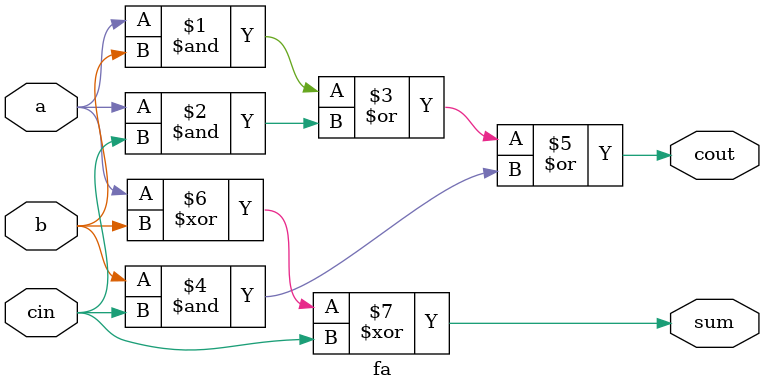
<source format=sv>
module top_module (
    input [3:0] x,
    input [3:0] y, 
    output [4:0] sum);

    wire [2:0] c;
    fa ia[3:0](x, y, {c, 1'b0}, {sum[4], c}, sum[3:0]);
endmodule

module fa( 
    input a, b, cin,
    output cout, sum );

    assign cout = (a & b) | (a & cin) | (b & cin);
    assign sum = a ^ b ^ cin;
endmodule
</source>
